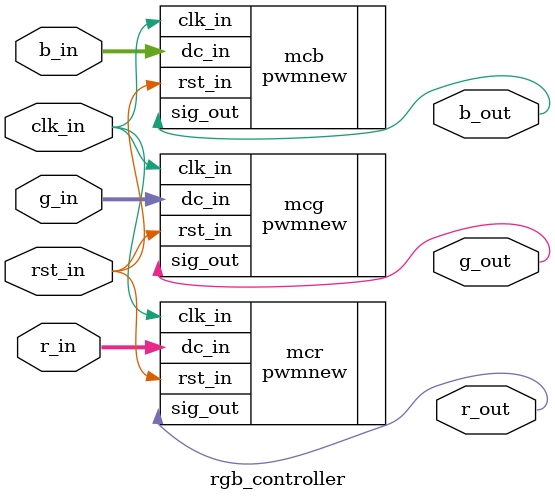
<source format=sv>
module rgb_controller(   input wire clk_in,
              input wire rst_in,
              input wire [7:0] r_in,
              input wire [7:0] g_in,
              input wire [7:0] b_in,
              output logic r_out,
              output logic g_out,
              output logic b_out);

    // assign r_out = 1;
    // assign g_out = 1;
    // assign b_out = 1;

     pwmnew mcr (.clk_in(clk_in),
                .rst_in(rst_in),
                .dc_in(r_in),
                .sig_out(r_out));

     pwmnew mcg (.clk_in(clk_in),
                .rst_in(rst_in),
                .dc_in(g_in),
                .sig_out(g_out));

     pwmnew mcb (.clk_in(clk_in),
                .rst_in(rst_in),
                .dc_in(b_in),
                .sig_out(b_out));

endmodule

</source>
